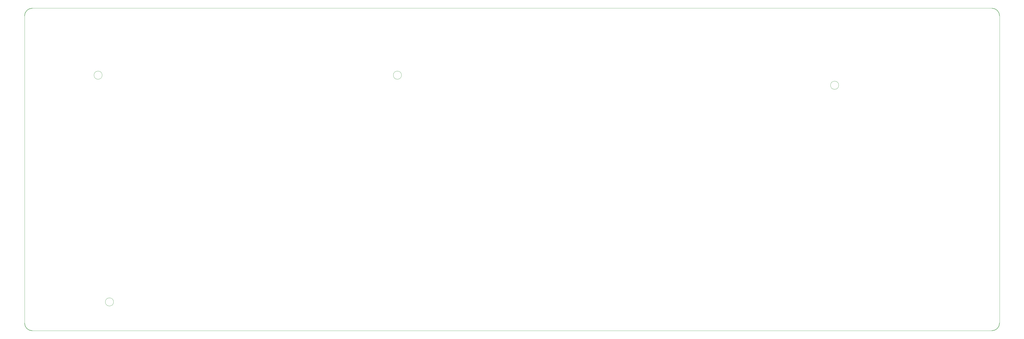
<source format=gbr>
%TF.GenerationSoftware,KiCad,Pcbnew,(6.99.0-5015-g618347ef50-dirty)*%
%TF.CreationDate,2022-12-25T12:35:52-05:00*%
%TF.ProjectId,necpc8801mkiisr,6e656370-6338-4383-9031-6d6b69697372,rev?*%
%TF.SameCoordinates,Original*%
%TF.FileFunction,Profile,NP*%
%FSLAX46Y46*%
G04 Gerber Fmt 4.6, Leading zero omitted, Abs format (unit mm)*
G04 Created by KiCad (PCBNEW (6.99.0-5015-g618347ef50-dirty)) date 2022-12-25 12:35:52*
%MOMM*%
%LPD*%
G01*
G04 APERTURE LIST*
%TA.AperFunction,Profile*%
%ADD10C,0.150000*%
%TD*%
%TA.AperFunction,Profile*%
%ADD11C,0.050000*%
%TD*%
G04 APERTURE END LIST*
D10*
X382930000Y-128030000D02*
G75*
G03*
X385980000Y-124980000I0J3050000D01*
G01*
X3030000Y-30000D02*
G75*
G03*
X0Y-3080000I10001J-3040001D01*
G01*
X0Y-124980000D02*
G75*
G03*
X3030000Y-128030000I3040000J-10000D01*
G01*
D11*
X3030000Y-128030000D02*
X382930000Y-128030000D01*
X385980000Y-124980000D02*
X385980000Y-3080000D01*
X0Y-3080000D02*
X0Y-124980000D01*
X382930000Y-30000D02*
X3030000Y-30000D01*
X322312085Y-30600497D02*
G75*
G03*
X322312085Y-30600497I-1625192J0D01*
G01*
X149225192Y-26605000D02*
G75*
G03*
X149225192Y-26605000I-1625192J0D01*
G01*
X30725192Y-26605000D02*
G75*
G03*
X30725192Y-26605000I-1625192J0D01*
G01*
D10*
X385980000Y-3080000D02*
G75*
G03*
X382930000Y-30000I-3050000J0D01*
G01*
D11*
X35225192Y-116605000D02*
G75*
G03*
X35225192Y-116605000I-1625192J0D01*
G01*
M02*

</source>
